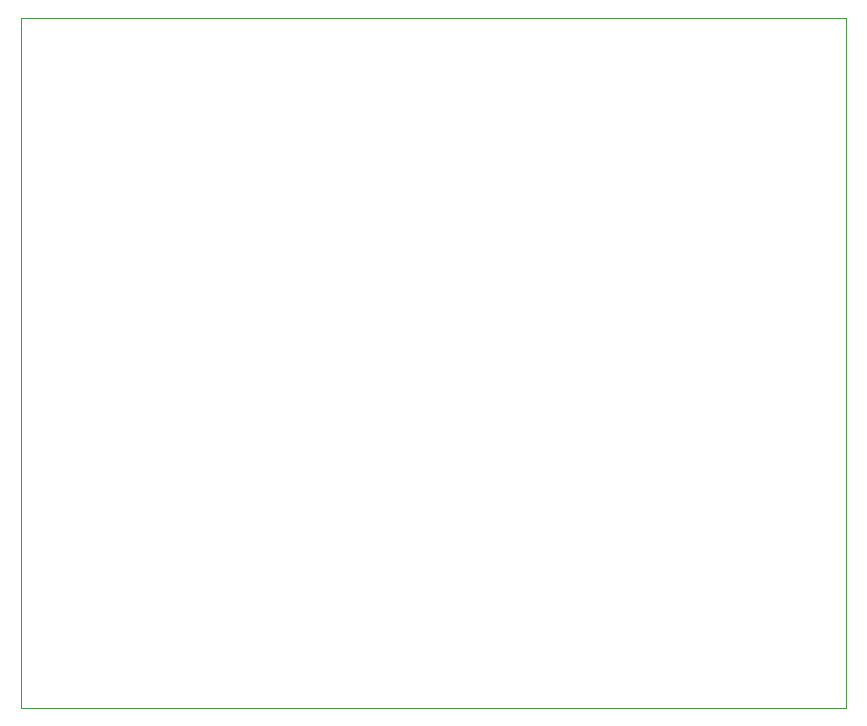
<source format=gbr>
G04 #@! TF.GenerationSoftware,KiCad,Pcbnew,(5.1.5-0)*
G04 #@! TF.CreationDate,2021-02-22T20:00:31-05:00*
G04 #@! TF.ProjectId,Board,426f6172-642e-46b6-9963-61645f706362,rev?*
G04 #@! TF.SameCoordinates,Original*
G04 #@! TF.FileFunction,Profile,NP*
%FSLAX46Y46*%
G04 Gerber Fmt 4.6, Leading zero omitted, Abs format (unit mm)*
G04 Created by KiCad (PCBNEW (5.1.5-0)) date 2021-02-22 20:00:31*
%MOMM*%
%LPD*%
G04 APERTURE LIST*
%ADD10C,0.100000*%
G04 APERTURE END LIST*
D10*
X168910000Y-62230000D02*
X168910000Y-120650000D01*
X99060000Y-62230000D02*
X168910000Y-62230000D01*
X99060000Y-120650000D02*
X99060000Y-62230000D01*
X168910000Y-120650000D02*
X99060000Y-120650000D01*
M02*

</source>
